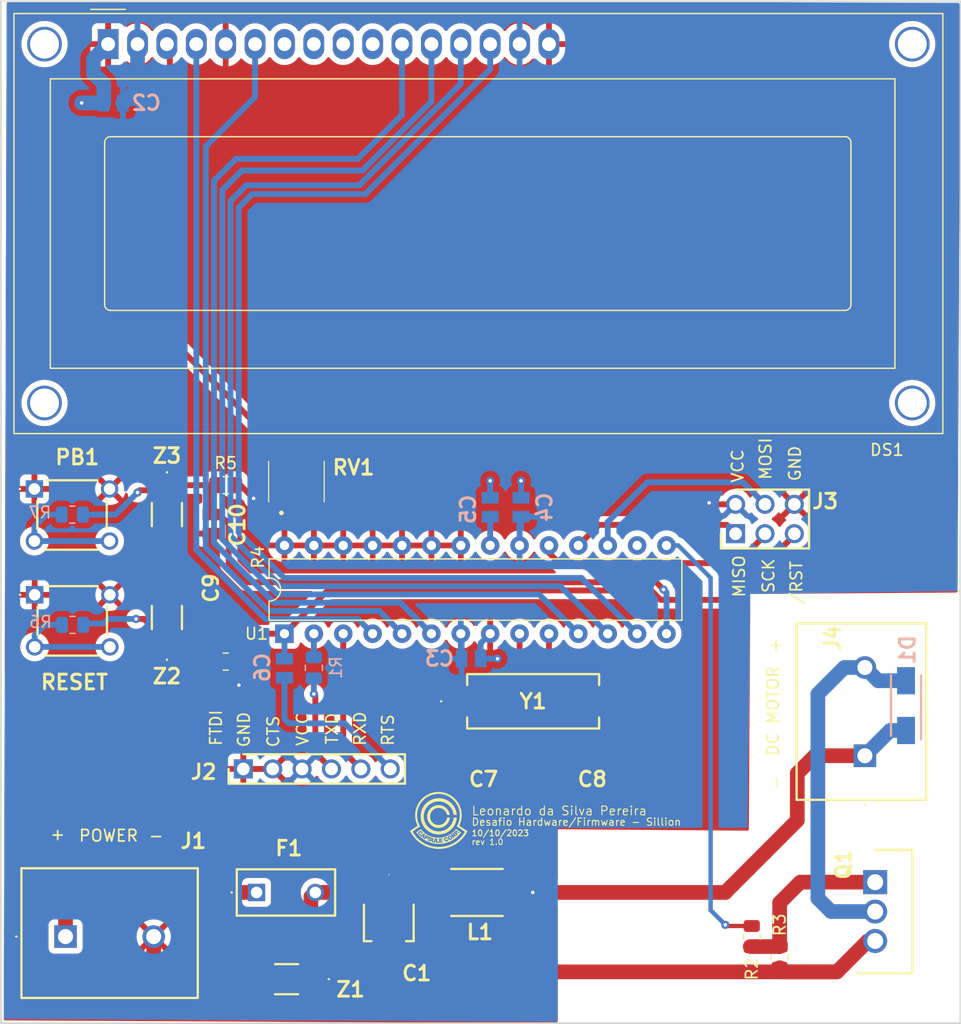
<source format=kicad_pcb>
(kicad_pcb (version 20221018) (generator pcbnew)
  (title_block (title "Desafio Hardware/Firmware - Sillion") (date "2023-10-09") (rev "r1.0") (company "Leonardo da Silva Pereira"))
  (layers (0 "F.Cu" signal) (31 "B.Cu" signal) (34 "B.Paste" user) (35 "F.Paste" user) (36 "B.SilkS" user "B.Silkscreen") (37 "F.SilkS" user "F.Silkscreen") (38 "B.Mask" user) (39 "F.Mask" user) (44 "Edge.Cuts" user))
  (net 0 "")
  (net 1 "Net-(C1-+)")
  (net 2 "GND")
  (net 3 "+5V")
  (net 4 "Net-(U1-AREF)")
  (net 5 "/{slash}RESET")
  (net 6 "/RTS")
  (net 7 "/XTAL1")
  (net 8 "/XTAL2")
  (net 9 "/PUSHBUTTON")
  (net 10 "Net-(D1-A)")
  (net 11 "Net-(DS1-VO)")
  (net 12 "/DISPLAY_RS")
  (net 13 "/DISPLAY_EN")
  (net 18 "/DISPLAY_D4")
  (net 19 "/DISPLAY_D5")
  (net 20 "/DISPLAY_D6")
  (net 21 "/DISPLAY_D7")
  (net 22 "Net-(F1-Pad1)")
  (net 23 "/TXD")
  (net 24 "/RXD")
  (net 25 "/MISO")
  (net 26 "/SCK")
  (net 27 "/MOSI")
  (net 28 "Net-(Q1-G)")
  (net 29 "Net-(U1-PD0)")
  (net 30 "/MOTOR_CONTROL")
  (net 31 "Net-(R6-Pad2)")
  (net 32 "Net-(R7-Pad2)")
  (footprint "SamacSys_Parts:CAPC2012X145N" (layer "F.Cu") (at 87.63 88.08 90)
    (fp_text reference "C9" (at 2.99 0 90) (layer "F.SilkS") (effects (font (size 1.27 1.27) (thickness 0.254))))
    (fp_text value "100nF" hide)
    (pad "1" smd rect (at -0.82 0 90) (size 0.99 1.47) (layers "F.Cu" "F.Paste" "F.Mask") (net 5 "/{slash}RESET"))
    (pad "2" smd rect (at 0.82 0 90) (size 0.99 1.47) (layers "F.Cu" "F.Paste" "F.Mask") (net 2 "GND"))
  )
  (footprint "SamacSys_Parts:PTZTFTE2551B" (layer "F.Cu") (at 83.82 87.63 180)
    (fp_text reference "Z2" (at 0 -5.08) (layer "F.SilkS") (effects (font (size 1.27 1.27) (thickness 0.254))))
    (fp_text value "5V1" hide)
    (pad "1" smd rect (at 0 -2.1 270) (size 2 2) (layers "F.Cu" "F.Paste" "F.Mask") (net 5 "/{slash}RESET"))
    (pad "2" smd rect (at 0 2.1 270) (size 2 2) (layers "F.Cu" "F.Paste" "F.Mask") (net 2 "GND"))
  )
  (footprint "SamacSys_Parts:INDPM4441X120N" (layer "F.Cu") (at 110.617 111.379)
    (fp_text reference "L1" (at 0.254 3.429) (layer "F.SilkS") (effects (font (size 1.27 1.27) (thickness 0.254))))
    (fp_text value "10uH" hide)
    (pad "1" smd rect (at -1.95 0) (size 1.8 2.1) (layers "F.Cu" "F.Paste" "F.Mask") (net 1 "Net-(C1-+)"))
    (pad "2" smd rect (at 1.95 0) (size 1.8 2.1) (layers "F.Cu" "F.Paste" "F.Mask") (net 3 "+5V"))
  )
  (footprint "Resistor_SMD:R_0805_2012Metric" (layer "F.Cu") (at 136.779 116.967 90)
    (fp_text reference "R3" (at 2.794 0 90) (layer "F.SilkS"))
    (fp_text value "10k")
    (pad "1" smd roundrect (at -0.9125 0 90) (size 1.025 1.4) (layers "F.Cu" "F.Paste" "F.Mask") (roundrect_rratio 0.243902439) (net 2 "GND"))
    (pad "2" smd roundrect (at 0.9125 0 90) (size 1.025 1.4) (layers "F.Cu" "F.Paste" "F.Mask") (roundrect_rratio 0.243902439) (net 28 "Net-(Q1-G)"))
  )
  (footprint "SamacSys_Parts:ABLS" (layer "F.Cu") (at 115.474 94.869)
    (fp_text reference "Y1" (at 0 0) (layer "F.SilkS") (effects (font (size 1.27 1.27) (thickness 0.254))))
    (fp_text value "ABLS-16.000MHZ-D2Y-T" hide)
    (pad "1" smd rect (at -4.75 0 90) (size 2.1 5.6) (layers "F.Cu" "F.Paste" "F.Mask") (net 7 "/XTAL1"))
    (pad "2" smd rect (at 4.75 0 90) (size 2.1 5.6) (layers "F.Cu" "F.Paste" "F.Mask") (net 8 "/XTAL2"))
  )
  (footprint "SamacSys_Parts:TS026643BK260LCRD" (layer "F.Cu") (at 72.39 85.67)
    (fp_text reference "SW1" hide)
    (fp_text value "RESET" (at 3.429 7.548) (layer "F.SilkS") (effects (font (size 1.27 1.27) (thickness 0.254))))
    (pad "1" thru_hole rect (at 0 0) (size 1.5 1.5) (drill 1) (layers "*.Cu" "*.Mask") (net 2 "GND"))
    (pad "2" thru_hole circle (at 6.5 0) (size 1.5 1.5) (drill 1) (layers "*.Cu" "*.Mask") (net 2 "GND"))
    (pad "3" thru_hole circle (at 0 4.5) (size 1.5 1.5) (drill 1) (layers "*.Cu" "*.Mask") (net 31 "Net-(R6-Pad2)"))
    (pad "4" thru_hole circle (at 6.5 4.5) (size 1.5 1.5) (drill 1) (layers "*.Cu" "*.Mask") (net 31 "Net-(R6-Pad2)"))
  )
  (footprint "SamacSys_Parts:CAPC2012X94N" (layer "F.Cu") (at 120.348 99.695 180)
    (fp_text reference "C8" (at -0.237 -1.905) (layer "F.SilkS") (effects (font (size 1.27 1.27) (thickness 0.254))))
    (fp_text value "22pF" hide)
    (pad "1" smd rect (at -0.81 0 180) (size 1.02 1.47) (layers "F.Cu" "F.Paste" "F.Mask") (net 8 "/XTAL2"))
    (pad "2" smd rect (at 0.81 0 180) (size 1.02 1.47) (layers "F.Cu" "F.Paste" "F.Mask") (net 2 "GND"))
  )
  (footprint "Resistor_SMD:R_0805_2012Metric" (layer "F.Cu") (at 88.9 91.44 180)
    (fp_text reference "R4" (at -2.794 9.017 90) (layer "F.SilkS"))
    (fp_text value "4.7k")
    (pad "1" smd roundrect (at -0.9125 0 180) (size 1.025 1.4) (layers "F.Cu" "F.Paste" "F.Mask") (roundrect_rratio 0.243902439) (net 3 "+5V"))
    (pad "2" smd roundrect (at 0.9125 0 180) (size 1.025 1.4) (layers "F.Cu" "F.Paste" "F.Mask") (roundrect_rratio 0.243902439) (net 5 "/{slash}RESET"))
  )
  (footprint "SamacSys_Parts:HDRV6W64P254_2X3_762X508X838P" (layer "F.Cu") (at 132.969 80.391)
    (fp_text reference "J3" (at 7.747 -2.794) (layer "F.SilkS") (effects (font (size 1.27 1.27) (thickness 0.254))))
    (fp_text value "ICSP" hide)
    (pad "1" thru_hole rect (at 0 0) (size 1.65 1.65) (drill 1.1) (layers "*.Cu" "*.Mask") (net 25 "/MISO"))
    (pad "2" thru_hole circle (at 0 -2.54) (size 1.65 1.65) (drill 1.1) (layers "*.Cu" "*.Mask") (net 3 "+5V"))
    (pad "3" thru_hole circle (at 2.54 0) (size 1.65 1.65) (drill 1.1) (layers "*.Cu" "*.Mask") (net 26 "/SCK"))
    (pad "4" thru_hole circle (at 2.54 -2.54) (size 1.65 1.65) (drill 1.1) (layers "*.Cu" "*.Mask") (net 27 "/MOSI"))
    (pad "5" thru_hole circle (at 5.08 0) (size 1.65 1.65) (drill 1.1) (layers "*.Cu" "*.Mask") (net 5 "/{slash}RESET"))
    (pad "6" thru_hole circle (at 5.08 -2.54) (size 1.65 1.65) (drill 1.1) (layers "*.Cu" "*.Mask") (net 2 "GND"))
  )
  (footprint "SamacSys_Parts:capsule_corp_logo" (layer "F.Cu") (at 107.315 105.156)
    (fp_text reference "G***" hide)
    (fp_text value "LOGO" hide)
  )
  (footprint "Resistor_SMD:R_0805_2012Metric" (layer "F.Cu") (at 134.366 115.189 -90)
    (fp_text reference "R2" (at 2.794 0 90) (layer "F.SilkS"))
    (fp_text value "330")
    (pad "1" smd roundrect (at -0.9125 0 270) (size 1.025 1.4) (layers "F.Cu" "F.Paste" "F.Mask") (roundrect_rratio 0.243902439) (net 30 "/MOTOR_CONTROL"))
    (pad "2" smd roundrect (at 0.9125 0 270) (size 1.025 1.4) (layers "F.Cu" "F.Paste" "F.Mask") (roundrect_rratio 0.243902439) (net 28 "Net-(Q1-G)"))
  )
  (footprint "SamacSys_Parts:1731721" (layer "F.Cu") (at 144.145 99.568 90)
    (fp_text reference "J4" (at 10.16 -2.794 90) (layer "F.SilkS") (effects (font (size 1.27 1.27) (thickness 0.254))))
    (fp_text value "5V DC MOTOR" hide)
    (pad "1" thru_hole rect (at 0 0 90) (size 1.95 1.95) (drill 1.3) (layers "*.Cu" "*.Mask") (net 3 "+5V"))
    (pad "2" thru_hole circle (at 7.62 0 90) (size 1.95 1.95) (drill 1.3) (layers "*.Cu" "*.Mask") (net 10 "Net-(D1-A)"))
  )
  (footprint "SamacSys_Parts:PVG5A100C03R00" (layer "F.Cu") (at 95.016 75.893)
    (fp_text reference "RV1" (at 4.933 -1.217) (layer "F.SilkS") (effects (font (size 1.27 1.27) (thickness 0.254))))
    (fp_text value "10k" hide)
    (pad "1" smd rect (at -1.25 1.45 90) (size 1.6 1.3) (layers "F.Cu" "F.Paste" "F.Mask") (net 3 "+5V"))
    (pad "2" smd rect (at 0 -1.45 90) (size 1.6 2) (layers "F.Cu" "F.Paste" "F.Mask") (net 11 "Net-(DS1-VO)"))
    (pad "3" smd rect (at 1.25 1.45 90) (size 1.6 1.3) (layers "F.Cu" "F.Paste" "F.Mask") (net 2 "GND"))
  )
  (footprint "SamacSys_Parts:CAPC2012X145N" (layer "F.Cu") (at 87.63 79.56 -90)
    (fp_text reference "C10" (at 0.069 -2.286 90) (layer "F.SilkS") (effects (font (size 1.27 1.27) (thickness 0.254))))
    (fp_text value "100nF" hide)
    (pad "1" smd rect (at -0.82 0 270) (size 0.99 1.47) (layers "F.Cu" "F.Paste" "F.Mask") (net 9 "/PUSHBUTTON"))
    (pad "2" smd rect (at 0.82 0 270) (size 0.99 1.47) (layers "F.Cu" "F.Paste" "F.Mask") (net 2 "GND"))
  )
  (footprint "Display:WC1602A" (layer "F.Cu") (at 78.74 38.1)
    (fp_text reference "DS1" (at 67.31 35.052) (layer "F.SilkS"))
    (fp_text value "WC1602A")
    (pad "" thru_hole circle (at -5.4991 0) (size 3 3) (drill 2.5) (layers "*.Cu" "*.Mask"))
    (pad "" thru_hole circle (at -5.4991 31.0007) (size 3 3) (drill 2.5) (layers "*.Cu" "*.Mask"))
    (pad "" thru_hole circle (at 69.49948 31.0007) (size 3 3) (drill 2.5) (layers "*.Cu" "*.Mask"))
    (pad "" thru_hole circle (at 69.5 0) (size 3 3) (drill 2.5) (layers "*.Cu" "*.Mask"))
    (pad "1" thru_hole rect (at 0 0) (size 1.8 2.6) (drill 1.2) (layers "*.Cu" "*.Mask") (net 2 "GND"))
    (pad "2" thru_hole oval (at 2.54 0) (size 1.8 2.6) (drill 1.2) (layers "*.Cu" "*.Mask") (net 3 "+5V"))
    (pad "3" thru_hole oval (at 5.08 0) (size 1.8 2.6) (drill 1.2) (layers "*.Cu" "*.Mask") (net 11 "Net-(DS1-VO)"))
    (pad "4" thru_hole oval (at 7.62 0) (size 1.8 2.6) (drill 1.2) (layers "*.Cu" "*.Mask") (net 12 "/DISPLAY_RS"))
    (pad "5" thru_hole oval (at 10.16 0) (size 1.8 2.6) (drill 1.2) (layers "*.Cu" "*.Mask") (net 2 "GND"))
    (pad "6" thru_hole oval (at 12.7 0) (size 1.8 2.6) (drill 1.2) (layers "*.Cu" "*.Mask") (net 13 "/DISPLAY_EN"))
    (pad "7" thru_hole oval (at 15.24 0) (size 1.8 2.6) (drill 1.2) (layers "*.Cu" "*.Mask"))
    (pad "8" thru_hole oval (at 17.78 0) (size 1.8 2.6) (drill 1.2) (layers "*.Cu" "*.Mask"))
    (pad "9" thru_hole oval (at 20.32 0) (size 1.8 2.6) (drill 1.2) (layers "*.Cu" "*.Mask"))
    (pad "10" thru_hole oval (at 22.86 0) (size 1.8 2.6) (drill 1.2) (layers "*.Cu" "*.Mask"))
    (pad "11" thru_hole oval (at 25.4 0) (size 1.8 2.6) (drill 1.2) (layers "*.Cu" "*.Mask") (net 18 "/DISPLAY_D4"))
    (pad "12" thru_hole oval (at 27.94 0) (size 1.8 2.6) (drill 1.2) (layers "*.Cu" "*.Mask") (net 19 "/DISPLAY_D5"))
    (pad "13" thru_hole oval (at 30.48 0) (size 1.8 2.6) (drill 1.2) (layers "*.Cu" "*.Mask") (net 20 "/DISPLAY_D6"))
    (pad "14" thru_hole oval (at 33.02 0) (size 1.8 2.6) (drill 1.2) (layers "*.Cu" "*.Mask") (net 21 "/DISPLAY_D7"))
    (pad "15" thru_hole oval (at 35.56 0) (size 1.8 2.6) (drill 1.2) (layers "*.Cu" "*.Mask") (net 3 "+5V"))
    (pad "16" thru_hole oval (at 38.1 0) (size 1.8 2.6) (drill 1.2) (layers "*.Cu" "*.Mask") (net 2 "GND"))
  )
  (footprint "SamacSys_Parts:1731721" (layer "F.Cu") (at 75.057 115.189)
    (fp_text reference "J1" (at 11.049 -8.255) (layer "F.SilkS") (effects (font (size 1.27 1.27) (thickness 0.254))))
    (fp_text value "Power" hide)
    (pad "1" thru_hole rect (at 0 0) (size 1.95 1.95) (drill 1.3) (layers "*.Cu" "*.Mask") (net 22 "Net-(F1-Pad1)"))
    (pad "2" thru_hole circle (at 7.62 0) (size 1.95 1.95) (drill 1.3) (layers "*.Cu" "*.Mask") (net 2 "GND"))
  )
  (footprint "SamacSys_Parts:TS026643BK260LCRD" (layer "F.Cu") (at 72.367 76.526)
    (fp_text reference "SW2" hide)
    (fp_text value "PB1" (at 3.706 -2.739) (layer "F.SilkS") (effects (font (size 1.27 1.27) (thickness 0.254))))
    (pad "1" thru_hole rect (at 0 0) (size 1.5 1.5) (drill 1) (layers "*.Cu" "*.Mask") (net 2 "GND"))
    (pad "2" thru_hole circle (at 6.5 0) (size 1.5 1.5) (drill 1) (layers "*.Cu" "*.Mask") (net 2 "GND"))
    (pad "3" thru_hole circle (at 0 4.5) (size 1.5 1.5) (drill 1) (layers "*.Cu" "*.Mask") (net 32 "Net-(R7-Pad2)"))
    (pad "4" thru_hole circle (at 6.5 4.5) (size 1.5 1.5) (drill 1) (layers "*.Cu" "*.Mask") (net 32 "Net-(R7-Pad2)"))
  )
  (footprint "SamacSys_Parts:PTZTFTE2551B" (layer "F.Cu") (at 83.82 78.74)
    (fp_text reference "Z3" (at 0 -5.08) (layer "F.SilkS") (effects (font (size 1.27 1.27) (thickness 0.254))))
    (fp_text value "5V1" hide)
    (pad "1" smd rect (at 0 -2.1 90) (size 2 2) (layers "F.Cu" "F.Paste" "F.Mask") (net 9 "/PUSHBUTTON"))
    (pad "2" smd rect (at 0 2.1 90) (size 2 2) (layers "F.Cu" "F.Paste" "F.Mask") (net 2 "GND"))
  )
  (footprint "SamacSys_Parts:CAPC2012X94N" (layer "F.Cu") (at 111.108 99.695)
    (fp_text reference "C7" (at 0.079 1.905) (layer "F.SilkS") (effects (font (size 1.27 1.27) (thickness 0.254))))
    (fp_text value "22pF" hide)
    (pad "1" smd rect (at -0.81 0) (size 1.02 1.47) (layers "F.Cu" "F.Paste" "F.Mask") (net 7 "/XTAL1"))
    (pad "2" smd rect (at 0.81 0) (size 1.02 1.47) (layers "F.Cu" "F.Paste" "F.Mask") (net 2 "GND"))
  )
  (footprint "SamacSys_Parts:TO254P483X1016X1994-3P" (layer "F.Cu") (at 145.034 110.49 -90)
    (fp_text reference "Q1" (at -1.524 2.746 90) (layer "F.SilkS") (effects (font (size 1.27 1.27) (thickness 0.254))))
    (fp_text value "IRLB8721PBF" hide)
    (pad "1" thru_hole rect (at 0 0 270) (size 2.07 2.07) (drill 1.38) (layers "*.Cu" "*.Mask") (net 28 "Net-(Q1-G)"))
    (pad "2" thru_hole circle (at 2.54 0 270) (size 2.07 2.07) (drill 1.38) (layers "*.Cu" "*.Mask") (net 10 "Net-(D1-A)"))
    (pad "3" thru_hole circle (at 5.08 0 270) (size 2.07 2.07) (drill 1.38) (layers "*.Cu" "*.Mask") (net 2 "GND"))
  )
  (footprint "SamacSys_Parts:HDRV6W64P0X254_1X6_1524X254X838P" (layer "F.Cu") (at 90.424 100.711)
    (fp_text reference "J2" (at -3.429 0.254 180) (layer "F.SilkS") (effects (font (size 1.27 1.27) (thickness 0.254))))
    (fp_text value "FTDI" hide)
    (pad "1" thru_hole rect (at 0 0) (size 1.65 1.65) (drill 1.1) (layers "*.Cu" "*.Mask") (net 2 "GND"))
    (pad "2" thru_hole circle (at 2.54 0) (size 1.65 1.65) (drill 1.1) (layers "*.Cu" "*.Mask") (net 2 "GND"))
    (pad "3" thru_hole circle (at 5.08 0) (size 1.65 1.65) (drill 1.1) (layers "*.Cu" "*.Mask") (net 3 "+5V"))
    (pad "4" thru_hole circle (at 7.62 0) (size 1.65 1.65) (drill 1.1) (layers "*.Cu" "*.Mask") (net 23 "/TXD"))
    (pad "5" thru_hole circle (at 10.16 0) (size 1.65 1.65) (drill 1.1) (layers "*.Cu" "*.Mask") (net 24 "/RXD"))
    (pad "6" thru_hole circle (at 12.7 0) (size 1.65 1.65) (drill 1.1) (layers "*.Cu" "*.Mask") (net 6 "/RTS"))
  )
  (footprint "SamacSys_Parts:39512000000" (layer "F.Cu") (at 91.567 111.379)
    (fp_text reference "F1" (at 2.794 -3.81) (layer "F.SilkS") (effects (font (size 1.27 1.27) (thickness 0.254))))
    (fp_text value "2A" hide)
    (pad "1" thru_hole rect (at 0 0) (size 1.5 1.5) (drill 1) (layers "*.Cu" "*.Mask") (net 22 "Net-(F1-Pad1)"))
    (pad "2" thru_hole circle (at 5.08 0) (size 1.5 1.5) (drill 1) (layers "*.Cu" "*.Mask") (net 1 "Net-(C1-+)"))
  )
  (footprint "Package_DIP:DIP-28_W7.62mm" (layer "F.Cu") (at 93.98 89.027 90)
    (fp_text reference "U1" (at 0 -2.413) (layer "F.SilkS"))
    (fp_text value "ATmega328-P")
    (pad "1" thru_hole rect (at 0 0 90) (size 1.6 1.6) (drill 0.8) (layers "*.Cu" "*.Mask") (net 5 "/{slash}RESET"))
    (pad "2" thru_hole oval (at 0 2.54 90) (size 1.6 1.6) (drill 0.8) (layers "*.Cu" "*.Mask") (net 29 "Net-(U1-PD0)"))
    (pad "3" thru_hole oval (at 0 5.08 90) (size 1.6 1.6) (drill 0.8) (layers "*.Cu" "*.Mask") (net 24 "/RXD"))
    (pad "4" thru_hole oval (at 0 7.62 90) (size 1.6 1.6) (drill 0.8) (layers "*.Cu" "*.Mask") (net 12 "/DISPLAY_RS"))
    (pad "5" thru_hole oval (at 0 10.16 90) (size 1.6 1.6) (drill 0.8) (layers "*.Cu" "*.Mask") (net 13 "/DISPLAY_EN"))
    (pad "6" thru_hole oval (at 0 12.7 90) (size 1.6 1.6) (drill 0.8) (layers "*.Cu" "*.Mask") (net 18 "/DISPLAY_D4"))
    (pad "7" thru_hole oval (at 0 15.24 90) (size 1.6 1.6) (drill 0.8) (layers "*.Cu" "*.Mask") (net 3 "+5V"))
    (pad "8" thru_hole oval (at 0 17.78 90) (size 1.6 1.6) (drill 0.8) (layers "*.Cu" "*.Mask") (net 2 "GND"))
    (pad "9" thru_hole oval (at 0 20.32 90) (size 1.6 1.6) (drill 0.8) (layers "*.Cu" "*.Mask") (net 7 "/XTAL1"))
    (pad "10" thru_hole oval (at 0 22.86 90) (size 1.6 1.6) (drill 0.8) (layers "*.Cu" "*.Mask") (net 8 "/XTAL2"))
    (pad "11" thru_hole oval (at 0 25.4 90) (size 1.6 1.6) (drill 0.8) (layers "*.Cu" "*.Mask") (net 19 "/DISPLAY_D5"))
    (pad "12" thru_hole oval (at 0 27.94 90) (size 1.6 1.6) (drill 0.8) (layers "*.Cu" "*.Mask") (net 20 "/DISPLAY_D6"))
    (pad "13" thru_hole oval (at 0 30.48 90) (size 1.6 1.6) (drill 0.8) (layers "*.Cu" "*.Mask") (net 21 "/DISPLAY_D7"))
    (pad "14" thru_hole oval (at 0 33.02 90) (size 1.6 1.6) (drill 0.8) (layers "*.Cu" "*.Mask") (net 9 "/PUSHBUTTON"))
    (pad "15" thru_hole oval (at 7.62 33.02 90) (size 1.6 1.6) (drill 0.8) (layers "*.Cu" "*.Mask") (net 30 "/MOTOR_CONTROL"))
    (pad "16" thru_hole oval (at 7.62 30.48 90) (size 1.6 1.6) (drill 0.8) (layers "*.Cu" "*.Mask"))
    (pad "17" thru_hole oval (at 7.62 27.94 90) (size 1.6 1.6) (drill 0.8) (layers "*.Cu" "*.Mask") (net 27 "/MOSI"))
    (pad "18" thru_hole oval (at 7.62 25.4 90) (size 1.6 1.6) (drill 0.8) (layers "*.Cu" "*.Mask") (net 25 "/MISO"))
    (pad "19" thru_hole oval (at 7.62 22.86 90) (size 1.6 1.6) (drill 0.8) (layers "*.Cu" "*.Mask") (net 26 "/SCK"))
    (pad "20" thru_hole oval (at 7.62 20.32 90) (size 1.6 1.6) (drill 0.8) (layers "*.Cu" "*.Mask") (net 3 "+5V"))
    (pad "21" thru_hole oval (at 7.62 17.78 90) (size 1.6 1.6) (drill 0.8) (layers "*.Cu" "*.Mask") (net 4 "Net-(U1-AREF)"))
    (pad "22" thru_hole oval (at 7.62 15.24 90) (size 1.6 1.6) (drill 0.8) (layers "*.Cu" "*.Mask") (net 2 "GND"))
    (pad "23" thru_hole oval (at 7.62 12.7 90) (size 1.6 1.6) (drill 0.8) (layers "*.Cu" "*.Mask") (net 2 "GND"))
    (pad "24" thru_hole oval (at 7.62 10.16 90) (size 1.6 1.6) (drill 0.8) (layers "*.Cu" "*.Mask") (net 2 "GND"))
    (pad "25" thru_hole oval (at 7.62 7.62 90) (size 1.6 1.6) (drill 0.8) (layers "*.Cu" "*.Mask") (net 2 "GND"))
    (pad "26" thru_hole oval (at 7.62 5.08 90) (size 1.6 1.6) (drill 0.8) (layers "*.Cu" "*.Mask") (net 2 "GND"))
    (pad "27" thru_hole oval (at 7.62 2.54 90) (size 1.6 1.6) (drill 0.8) (layers "*.Cu" "*.Mask") (net 2 "GND"))
    (pad "28" thru_hole oval (at 7.62 0 90) (size 1.6 1.6) (drill 0.8) (layers "*.Cu" "*.Mask") (net 2 "GND"))
  )
  (footprint "SamacSys_Parts:PTZTFTE2551B" (layer "F.Cu") (at 94.166 118.872 -90)
    (fp_text reference "Z1" (at 0.889 -5.529 -180) (layer "F.SilkS") (effects (font (size 1.27 1.27) (thickness 0.254))))
    (fp_text value "5V1" hide)
    (pad "1" smd rect (at 0 -2.1) (size 2 2) (layers "F.Cu" "F.Paste" "F.Mask") (net 1 "Net-(C1-+)"))
    (pad "2" smd rect (at 0 2.1) (size 2 2) (layers "F.Cu" "F.Paste" "F.Mask") (net 2 "GND"))
  )
  (footprint "Resistor_SMD:R_0805_2012Metric" (layer "F.Cu") (at 88.9 76.2 180)
    (fp_text reference "R5" (at 0 1.905) (layer "F.SilkS"))
    (fp_text value "4.7k")
    (pad "1" smd roundrect (at -0.9125 0 180) (size 1.025 1.4) (layers "F.Cu" "F.Paste" "F.Mask") (roundrect_rratio 0.243902439) (net 3 "+5V"))
    (pad "2" smd roundrect (at 0.9125 0 180) (size 1.025 1.4) (layers "F.Cu" "F.Paste" "F.Mask") (roundrect_rratio 0.243902439) (net 9 "/PUSHBUTTON"))
  )
  (footprint "SamacSys_Parts:EEE1AA220WR" (layer "F.Cu") (at 102.997 113.439 -90)
    (fp_text reference "C1" (at 4.925 -2.413 -180) (layer "F.SilkS") (effects (font (size 1.27 1.27) (thickness 0.254))))
    (fp_text value "10uF" hide)
    (pad "1" smd rect (at -1.75 0) (size 1.6 2.5) (layers "F.Cu" "F.Paste" "F.Mask") (net 1 "Net-(C1-+)"))
    (pad "2" smd rect (at 1.75 0) (size 1.6 2.5) (layers "F.Cu" "F.Paste" "F.Mask") (net 2 "GND"))
  )
  (footprint "Resistor_SMD:R_0805_2012Metric" (layer "B.Cu") (at 75.6685 88.265 180)
    (fp_text reference "R6" (at 2.7705 0.254) (layer "B.SilkS") (effects (justify mirror)))
    (fp_text value "330R")
    (pad "1" smd roundrect (at -0.9125 0 180) (size 1.025 1.4) (layers "B.Cu" "B.Paste" "B.Mask") (roundrect_rratio 0.243902439) (net 5 "/{slash}RESET"))
    (pad "2" smd roundrect (at 0.9125 0 180) (size 1.025 1.4) (layers "B.Cu" "B.Paste" "B.Mask") (roundrect_rratio 0.243902439) (net 31 "Net-(R6-Pad2)"))
  )
  (footprint "SamacSys_Parts:CAPC2012X145N" (layer "B.Cu") (at 111.76 78.105 90)
    (fp_text reference "C5" (at -0.185 -1.905 90) (layer "B.SilkS") (effects (font (size 1.27 1.27) (thickness 0.254)) (justify mirror)))
    (fp_text value "100nF" hide)
    (pad "1" smd rect (at -0.82 0 90) (size 0.99 1.47) (layers "B.Cu" "B.Paste" "B.Mask") (net 4 "Net-(U1-AREF)"))
    (pad "2" smd rect (at 0.82 0 90) (size 0.99 1.47) (layers "B.Cu" "B.Paste" "B.Mask") (net 2 "GND"))
  )
  (footprint "SamacSys_Parts:CAPC2012X145N" (layer "B.Cu") (at 110.109 91.186)
    (fp_text reference "C3" (at -2.736 0) (layer "B.SilkS") (effects (font (size 1.27 1.27) (thickness 0.254)) (justify mirror)))
    (fp_text value "100nF" hide)
    (pad "1" smd rect (at -0.82 0) (size 0.99 1.47) (layers "B.Cu" "B.Paste" "B.Mask") (net 3 "+5V"))
    (pad "2" smd rect (at 0.82 0) (size 0.99 1.47) (layers "B.Cu" "B.Paste" "B.Mask") (net 2 "GND"))
  )
  (footprint "SamacSys_Parts:CAPC2012X145N" (layer "B.Cu") (at 93.98 92.017 -90)
    (fp_text reference "C6" (at -0.069 1.905 90) (layer "B.SilkS") (effects (font (size 1.27 1.27) (thickness 0.254)) (justify mirror)))
    (fp_text value "100nF" hide)
    (pad "1" smd rect (at -0.82 0 270) (size 0.99 1.47) (layers "B.Cu" "B.Paste" "B.Mask") (net 5 "/{slash}RESET"))
    (pad "2" smd rect (at 0.82 0 270) (size 0.99 1.47) (layers "B.Cu" "B.Paste" "B.Mask") (net 6 "/RTS"))
  )
  (footprint "SamacSys_Parts:DIOM5226X240N" (layer "B.Cu") (at 147.701 95.241 90)
    (fp_text reference "D1" (at 4.826 0.127 90) (layer "B.SilkS") (effects (font (size 1.27 1.27) (thickness 0.254)) (justify mirror)))
    (fp_text value "SBRT5A50SA-13" hide)
    (pad "1" smd rect (at -2.15 0) (size 1.55 2.35) (layers "B.Cu" "B.Paste" "B.Mask") (net 3 "+5V"))
    (pad "2" smd rect (at 2.15 0) (size 1.55 2.35) (layers "B.Cu" "B.Paste" "B.Mask") (net 10 "Net-(D1-A)"))
  )
  (footprint "SamacSys_Parts:CAPC2012X145N" (layer "B.Cu") (at 114.427 78.105 90)
    (fp_text reference "C4" (at 0 2.032 90) (layer "B.SilkS") (effects (font (size 1.27 1.27) (thickness 0.254)) (justify mirror)))
    (fp_text value "100nF" hide)
    (pad "1" smd rect (at -0.82 0 90) (size 0.99 1.47) (layers "B.Cu" "B.Paste" "B.Mask") (net 3 "+5V"))
    (pad "2" smd rect (at 0.82 0 90) (size 0.99 1.47) (layers "B.Cu" "B.Paste" "B.Mask") (net 2 "GND"))
  )
  (footprint "Resistor_SMD:R_0805_2012Metric" (layer "B.Cu") (at 96.52 91.9715 -90)
    (fp_text reference "R1" (at -0.0235 -1.905 90) (layer "B.SilkS") (effects (justify mirror)))
    (fp_text value "10k")
    (pad "1" smd roundrect (at -0.9125 0 270) (size 1.025 1.4) (layers "B.Cu" "B.Paste" "B.Mask") (roundrect_rratio 0.243902439) (net 29 "Net-(U1-PD0)"))
    (pad "2" smd roundrect (at 0.9125 0 270) (size 1.025 1.4) (layers "B.Cu" "B.Paste" "B.Mask") (roundrect_rratio 0.243902439) (net 23 "/TXD"))
  )
  (footprint "Resistor_SMD:R_0805_2012Metric" (layer "B.Cu") (at 75.64 78.74 180)
    (fp_text reference "R7" (at 2.794 0.179) (layer "B.SilkS") (effects (justify mirror)))
    (fp_text value "330R")
    (pad "1" smd roundrect (at -0.9125 0 180) (size 1.025 1.4) (layers "B.Cu" "B.Paste" "B.Mask") (roundrect_rratio 0.243902439) (net 9 "/PUSHBUTTON"))
    (pad "2" smd roundrect (at 0.9125 0 180) (size 1.025 1.4) (layers "B.Cu" "B.Paste" "B.Mask") (roundrect_rratio 0.243902439) (net 32 "Net-(R7-Pad2)"))
  )
  (footprint "SamacSys_Parts:CAPC2012X145N" (layer "B.Cu") (at 79.19 43.18 180)
    (fp_text reference "C2" (at -2.852 0) (layer "B.SilkS") (effects (font (size 1.27 1.27) (thickness 0.254)) (justify mirror)))
    (fp_text value "100nF" hide)
    (pad "1" smd rect (at -0.82 0 180) (size 0.99 1.47) (layers "B.Cu" "B.Paste" "B.Mask") (net 3 "+5V"))
    (pad "2" smd rect (at 0.82 0 180) (size 0.99 1.47) (layers "B.Cu" "B.Paste" "B.Mask") (net 2 "GND"))
  )
  (gr_rect locked (start 69.469 34.417) (end 152.4 122.682) (stroke (width 0.15)) (fill none) (layer "Edge.Cuts"))
  (gr_text "RTS" (at 103.505 98.806 90) (layer "F.SilkS") (effects (font (size 1 1)) (justify left bottom)))
  (gr_text "+\n" (at 135.763 90.551) (layer "F.SilkS") (effects (font (size 1 1)) (justify left bottom)))
  (gr_text "CTS" (at 93.599 98.933 90) (layer "F.SilkS") (effects (font (size 1 1)) (justify left bottom)))
  (gr_text "FTDI\n" (at 88.646 98.806 90) (layer "F.SilkS") (effects (font (size 1 1)) (justify left bottom)))
  (gr_text "GND\n" (at 138.684 75.946 90) (layer "F.SilkS") (effects (font (size 1 1)) (justify left bottom)))
  (gr_text "-" (at 82.169 107.061) (layer "F.SilkS") (effects (font (size 1 1)) (justify left bottom)))
  (gr_text "/RST\n" (at 138.811 86.614 90) (layer "F.SilkS") (effects (font (size 1 1)) (justify left bottom)))
  (gr_text "VCC\n" (at 133.731 76.073 90) (layer "F.SilkS") (effects (font (size 1 1)) (justify left bottom)))
  (gr_text "10/10/2023\n" (at 110.109 106.553) (layer "F.SilkS") (effects (font (size 0.508 0.508) (thickness 0.0889) bold) (justify left bottom)))
  (gr_text "Desafio Hardware/Firmware - Sillion" (at 110.109 105.664) (layer "F.SilkS") (effects (font (size 0.635 0.635) (thickness 0.0889)) (justify left bottom)))
  (gr_text "MOSI\n" (at 136.144 75.819 90) (layer "F.SilkS") (effects (font (size 1 1)) (justify left bottom)))
  (gr_text "-\n" (at 137.033 102.616 90) (layer "F.SilkS") (effects (font (size 1 1)) (justify left bottom)))
  (gr_text "TXD" (at 98.679 98.679 90) (layer "F.SilkS") (effects (font (size 1 1)) (justify left bottom)))
  (gr_text "GND" (at 91.059 98.933 90) (layer "F.SilkS") (effects (font (size 1 1)) (justify left bottom)))
  (gr_text "MISO" (at 133.858 85.979 90) (layer "F.SilkS") (effects (font (size 1 1)) (justify left bottom)))
  (gr_text "DC MOTOR" (at 136.779 99.695 90) (layer "F.SilkS") (effects (font (size 1 1)) (justify left bottom)))
  (gr_text "Leonardo da Silva Pereira" (at 110.109 104.775) (layer "F.SilkS") (effects (font (size 0.762 0.762) (thickness 0.0889)) (justify left bottom)))
  (gr_text "+\n" (at 73.66 106.934) (layer "F.SilkS") (effects (font (size 1 1)) (justify left bottom)))
  (gr_text "RXD" (at 101.092 98.806 90) (layer "F.SilkS") (effects (font (size 1 1)) (justify left bottom)))
  (gr_text "VCC" (at 96.139 98.806 90) (layer "F.SilkS") (effects (font (size 1 1)) (justify left bottom)))
  (gr_text "POWER\n" (at 76.132 107.061) (layer "F.SilkS") (effects (font (size 1 1)) (justify left bottom)))
  (gr_text "rev 1.0\n" (at 110.109 107.315) (layer "F.SilkS") (effects (font (size 0.508 0.508) (thickness 0.08001)) (justify left bottom)))
  (gr_text "SCK" (at 136.398 85.598 90) (layer "F.SilkS") (effects (font (size 1 1)) (justify left bottom)))
  (segment (start 96.266 118.872) (end 96.266 111.76) (width 1.27) (layer "F.Cu") (net 1))
  (segment (start 96.266 111.76) (end 96.647 111.379) (width 1.27) (layer "F.Cu") (net 1))
  (segment (start 96.647 111.379) (end 102.687 111.379) (width 1.27) (layer "F.Cu") (net 1))
  (segment (start 103.307 111.379) (end 102.997 111.689) (width 1.27) (layer "F.Cu") (net 1))
  (segment (start 108.667 111.379) (end 103.307 111.379) (width 1.27) (layer "F.Cu") (net 1))
  (segment (start 102.687 111.379) (end 102.997 111.689) (width 1.27) (layer "F.Cu") (net 1))
  (segment (start 83.439 118.872) (end 92.066 118.872) (width 1.27) (layer "F.Cu") (net 2))
  (segment (start 92.964 100.711) (end 90.424 100.711) (width 0.508) (layer "F.Cu") (net 2))
  (segment (start 145.034 115.57) (end 144.399 115.57) (width 1.27) (layer "F.Cu") (net 2))
  (segment (start 87.63 80.38) (end 84.28 80.38) (width 0.508) (layer "F.Cu") (net 2))
  (segment (start 102.997 115.189) (end 102.997 118.11) (width 1.27) (layer "F.Cu") (net 2))
  (segment (start 103.124 118.237) (end 141.732 118.237) (width 1.27) (layer "F.Cu") (net 2))
  (segment (start 84.28 80.38) (end 83.82 80.84) (width 0.508) (layer "F.Cu") (net 2))
  (segment (start 82.677 118.11) (end 82.677 115.189) (width 1.27) (layer "F.Cu") (net 2))
  (segment (start 102.997 118.11) (end 103.124 118.237) (width 1.27) (layer "F.Cu") (net 2))
  (segment (start 136.779 117.8795) (end 137.1365 118.237) (width 1.27) (layer "F.Cu") (net 2))
  (segment (start 144.399 115.57) (end 141.732 118.237) (width 1.27) (layer "F.Cu") (net 2))
  (segment (start 83.312 118.745) (end 82.677 118.11) (width 1.27) (layer "F.Cu") (net 2))
  (segment (start 83.312 118.745) (end 83.439 118.872) (width 1.27) (layer "F.Cu") (net 2))
  (segment (start 137.1365 118.237) (end 141.732 118.237) (width 1.27) (layer "F.Cu") (net 2))
  (via (at 112.395 91.186) (size 0.7112) (drill 0.3048) (layers "F.Cu" "B.Cu") (net 2))
  (via (at 76.454 43.18) (size 0.7112) (drill 0.3048) (layers "F.Cu" "B.Cu") (net 2))
  (via (at 111.76 75.819) (size 0.7112) (drill 0.3048) (layers "F.Cu" "B.Cu") (net 2))
  (via (at 114.427 75.819) (size 0.7112) (drill 0.3048) (layers "F.Cu" "B.Cu") (net 2))
  (segment (start 110.929 91.186) (end 112.395 91.186) (width 0.508) (layer "B.Cu") (net 2))
  (segment (start 78.37 43.18) (end 76.454 43.18) (width 1.27) (layer "B.Cu") (net 2))
  (segment (start 114.427 77.285) (end 114.427 75.819) (width 0.508) (layer "B.Cu") (net 2))
  (segment (start 111.887 88.9) (end 111.76 89.027) (width 0.508) (layer "B.Cu") (net 2))
  (segment (start 78.74 38.1) (end 77.47 39.37) (width 1.27) (layer "B.Cu") (net 2))
  (segment (start 110.929 91.186) (end 110.929 89.858) (width 0.508) (layer "B.Cu") (net 2))
  (segment (start 78.37 41.54) (end 78.37 43.18) (width 1.27) (layer "B.Cu") (net 2))
  (segment (start 111.76 77.285) (end 111.76 75.819) (width 0.508) (layer "B.Cu") (net 2))
  (segment (start 77.47 40.64) (end 78.37 41.54) (width 1.27) (layer "B.Cu") (net 2))
  (segment (start 110.929 89.858) (end 111.76 89.027) (width 0.508) (layer "B.Cu") (net 2))
  (segment (start 77.47 39.37) (end 77.47 40.64) (width 1.27) (layer "B.Cu") (net 2))
  (segment (start 138.303 105.156) (end 138.303 101.092) (width 1.27) (layer "F.Cu") (net 3))
  (segment (start 138.303 101.092) (end 139.827 99.568) (width 1.27) (layer "F.Cu") (net 3))
  (segment (start 130.81 77.851) (end 130.683 77.724) (width 0.508) (layer "F.Cu") (net 3))
  (segment (start 132.969 77.851) (end 130.81 77.851) (width 0.508) (layer "F.Cu") (net 3))
  (segment (start 115.443 111.379) (end 112.567 111.379) (width 1.27) (layer "F.Cu") (net 3))
  (segment (start 139.827 99.568) (end 144.145 99.568) (width 1.27) (layer "F.Cu") (net 3))
  (segment (start 89.8125 93.2415) (end 90.043 93.472) (width 0.508) (layer "F.Cu") (net 3))
  (segment (start 132.08 111.379) (end 138.303 105.156) (width 1.27) (layer "F.Cu") (net 3))
  (segment (start 115.443 111.379) (end 132.08 111.379) (width 1.27) (layer "F.Cu") (net 3))
  (segment (start 89.8125 91.44) (end 89.8125 93.2415) (width 0.508) (layer "F.Cu") (net 3))
  (segment (start 90.17 76.2) (end 91.313 77.343) (width 0.508) (layer "F.Cu") (net 3))
  (segment (start 93.766 77.343) (end 91.313 77.343) (width 0.508) (layer "F.Cu") (net 3))
  (segment (start 89.8125 76.2) (end 90.17 76.2) (width 0.508) (layer "F.Cu") (net 3))
  (via (at 90.043 93.472) (size 0.7112) (drill 0.3048) (layers "F.Cu" "B.Cu") (net 3))
  (via (at 130.683 77.724) (size 0.7112) (drill 0.3048) (layers "F.Cu" "B.Cu") (net 3))
  (via (at 91.313 77.343) (size 0.7112) (drill 0.3048) (layers "F.Cu" "B.Cu") (net 3))
  (via (at 115.443 111.379) (size 0.7112) (drill 0.3048) (layers "F.Cu" "B.Cu") (net 3))
  (segment (start 147.701 97.391) (end 146.322 97.391) (width 1.27) (layer "B.Cu") (net 3))
  (segment (start 114.3 81.407) (end 114.3 79.052) (width 0.508) (layer "B.Cu") (net 3))
  (segment (start 81.28 41.91) (end 81.28 38.1) (width 1.27) (layer "B.Cu") (net 3))
  (segment (start 109.289 91.186) (end 109.289 89.096) (width 0.508) (layer "B.Cu") (net 3))
  (segment (start 146.322 97.391) (end 144.145 99.568) (width 1.27) (layer "B.Cu") (net 3))
  (segment (start 114.3 79.052) (end 114.427 78.925) (width 0.381) (layer "B.Cu") (net 3))
  (segment (start 109.289 89.096) (end 109.22 89.027) (width 0.508) (layer "B.Cu") (net 3))
  (segment (start 80.01 43.18) (end 81.28 41.91) (width 1.27) (layer "B.Cu") (net 3))
  (segment (start 111.76 78.925) (end 111.76 81.407) (width 0.508) (layer "B.Cu") (net 4))
  (segment (start 86.546 89.73) (end 83.82 89.73) (width 0.508) (layer "F.Cu") (net 5))
  (segment (start 87.376 88.9) (end 86.546 89.73) (width 0.508) (layer "F.Cu") (net 5))
  (segment (start 132.461 86.106) (end 126.485527 86.106) (width 0.508) (layer "F.Cu") (net 5))
  (segment (start 87.9875 91.44) (end 87.63 91.0825) (width 0.508) (layer "F.Cu") (net 5))
  (segment (start 87.63 91.0825) (end 87.63 88.9) (width 0.508) (layer "F.Cu") (net 5))
  (segment (start 125.6792 85.2932) (end 97.7138 85.2932) (width 0.508) (layer "F.Cu") (net 5))
  (segment (start 138.049 80.391) (end 138.049 80.518) (width 0.508) (layer "F.Cu") (net 5))
  (segment (start 138.049 80.518) (end 132.461 86.106) (width 0.508) (layer "F.Cu") (net 5))
  (segment (start 87.757 89.027) (end 87.63 88.9) (width 0.508) (layer "F.Cu") (net 5))
  (segment (start 81.847 87.757) (end 83.82 89.73) (width 0.508) (layer "F.Cu") (net 5))
  (segment (start 97.7138 85.2932) (end 93.98 89.027) (width 0.508) (layer "F.Cu") (net 5))
  (segment (start 87.63 88.9) (end 87.376 88.9) (width 0.508) (layer "F.Cu") (net 5))
  (segment (start 125.9332 85.5472) (end 125.6792 85.2932) (width 0.508) (layer "F.Cu") (net 5))
  (segment (start 93.98 89.027) (end 87.757 89.027) (width 0.508) (layer "F.Cu") (net 5))
  (segment (start 81.153 87.757) (end 81.847 87.757) (width 0.508) (layer "F.Cu") (net 5))
  (segment (start 125.9332 85.553673) (end 125.9332 85.5472) (width 0.508) (layer "F.Cu") (net 5))
  (segment (start 126.485527 86.106) (end 125.9332 85.553673) (width 0.508) (layer "F.Cu") (net 5))
  (via (at 81.153 87.757) (size 0.7112) (drill 0.3048) (layers "F.Cu" "B.Cu") (net 5))
  (segment (start 78.359 88.138) (end 78.74 87.757) (width 0.508) (layer "B.Cu") (net 5))
  (segment (start 93.98 91.07) (end 93.98 89.027) (width 0.508) (layer "B.Cu") (net 5))
  (segment (start 76.708 88.138) (end 78.359 88.138) (width 0.508) (layer "B.Cu") (net 5))
  (segment (start 76.581 88.265) (end 76.708 88.138) (width 0.508) (layer "B.Cu") (net 5))
  (segment (start 78.74 87.757) (end 81.153 87.757) (width 0.508) (layer "B.Cu") (net 5))
  (segment (start 94.361 96.774) (end 99.187 96.774) (width 0.508) (layer "B.Cu") (net 6))
  (segment (start 93.98 92.837) (end 93.98 96.393) (width 0.508) (layer "B.Cu") (net 6))
  (segment (start 93.98 96.393) (end 94.361 96.774) (width 0.508) (layer "B.Cu") (net 6))
  (segment (start 99.187 96.774) (end 103.124 100.711) (width 0.508) (layer "B.Cu") (net 6))
  (segment (start 110.298 99.695) (end 110.298 95.295) (width 0.508) (layer "F.Cu") (net 7))
  (segment (start 114.3 89.027) (end 114.3 94.107) (width 0.508) (layer "F.Cu") (net 7))
  (segment (start 113.538 94.869) (end 110.724 94.869) (width 0.508) (layer "F.Cu") (net 7))
  (segment (start 110.298 95.295) (end 110.724 94.869) (width 0.508) (layer "F.Cu") (net 7))
  (segment (start 114.3 94.107) (end 113.538 94.869) (width 0.508) (layer "F.Cu") (net 7))
  (segment (start 121.158 95.803) (end 120.224 94.869) (width 0.508) (layer "F.Cu") (net 8))
  (segment (start 116.84 89.027) (end 116.84 94.107) (width 0.508) (layer "F.Cu") (net 8))
  (segment (start 117.602 94.869) (end 120.224 94.869) (width 0.508) (layer "F.Cu") (net 8))
  (segment (start 121.158 99.695) (end 121.158 95.803) (width 0.508) (layer "F.Cu") (net 8))
  (segment (start 116.84 94.107) (end 117.602 94.869) (width 0.508) (layer "F.Cu") (net 8))
  (segment (start 126.111 84.582) (end 90.678 84.582) (width 0.508) (layer "F.Cu") (net 9))
  (segment (start 84.26 76.2) (end 87.9875 76.2) (width 0.508) (layer "F.Cu") (net 9))
  (segment (start 87.63 78.74) (end 87.63 76.5575) (width 0.508) (layer "F.Cu") (net 9))
  (segment (start 87.63 76.5575) (end 87.9875 76.2) (width 0.508) (layer "F.Cu") (net 9))
  (segment (start 126.746 85.217) (end 126.111 84.582) (width 0.508) (layer "F.Cu") (net 9))
  (segment (start 83.82 76.64) (end 81.475 76.64) (width 0.508) (layer "F.Cu") (net 9))
  (segment (start 88.365 78.74) (end 87.63 78.74) (width 0.508) (layer "F.Cu") (net 9))
  (segment (start 90.678 84.582) (end 89.154 83.058) (width 0.508) (layer "F.Cu") (net 9))
  (segment (start 89.154 79.529) (end 88.365 78.74) (width 0.508) (layer "F.Cu") (net 9))
  (segment (start 83.82 76.64) (end 84.26 76.2) (width 0.508) (layer "F.Cu") (net 9))
  (segment (start 89.154 83.058) (end 89.154 79.529) (width 0.508) (layer "F.Cu") (net 9))
  (segment (start 81.475 76.64) (end 81.28 76.835) (width 0.508) (layer "F.Cu") (net 9))
  (via (at 81.28 76.835) (size 0.7112) (drill 0.3048) (layers "F.Cu" "B.Cu") (net 9))
  (via (at 126.746 85.217) (size 0.7112) (drill 0.3048) (layers "F.Cu" "B.Cu") (net 9))
  (segment (start 126.746 85.217) (end 127 85.471) (width 0.508) (layer "B.Cu") (net 9))
  (segment (start 76.5525 78.74) (end 79.375 78.74) (width 0.508) (layer "B.Cu") (net 9))
  (segment (start 79.375 78.74) (end 81.28 76.835) (width 0.508) (layer "B.Cu") (net 9))
  (segment (start 127 85.471) (end 127 89.027) (width 0.508) (layer "B.Cu") (net 9))
  (segment (start 141.224 113.03) (end 140.081 111.887) (width 1.27) (layer "B.Cu") (net 10))
  (segment (start 140.081 111.887) (end 140.081 94.234) (width 1.27) (layer "B.Cu") (net 10))
  (segment (start 147.701 93.091) (end 145.288 93.091) (width 1.27) (layer "B.Cu") (net 10))
  (segment (start 142.367 91.948) (end 144.145 91.948) (width 1.27) (layer "B.Cu") (net 10))
  (segment (start 145.034 113.03) (end 141.224 113.03) (width 1.27) (layer "B.Cu") (net 10))
  (segment (start 140.081 94.234) (end 142.367 91.948) (width 1.27) (layer "B.Cu") (net 10))
  (segment (start 145.288 93.091) (end 144.145 91.948) (width 1.27) (layer "B.Cu") (net 10))
  (segment (start 95.016 74.443) (end 84.074 63.501) (width 0.508) (layer "F.Cu") (net 11))
  (segment (start 84.074 63.501) (end 84.074 38.354) (width 0.508) (layer "F.Cu") (net 11))
  (segment (start 84.074 38.354) (end 83.82 38.1) (width 0.508) (layer "F.Cu") (net 11))
  (segment (start 92.3418 87.7698) (end 86.36 81.788) (width 0.508) (layer "B.Cu") (net 12))
  (segment (start 86.36 81.788) (end 86.36 38.1) (width 0.508) (layer "B.Cu") (net 12))
  (segment (start 100.3428 87.7698) (end 92.3418 87.7698) (width 0.508) (layer "B.Cu") (net 12))
  (segment (start 101.6 89.027) (end 100.3428 87.7698) (width 0.508) (layer "B.Cu") (net 12))
  (segment (start 102.1716 87.0586) (end 92.636388 87.0586) (width 0.508) (layer "B.Cu") (net 13))
  (segment (start 91.44 42.672) (end 91.44 38.1) (width 0.508) (layer "B.Cu") (net 13))
  (segment (start 87.180394 46.931606) (end 91.44 42.672) (width 0.508) (layer "B.Cu") (net 13))
  (segment (start 104.14 89.027) (end 102.1716 87.0586) (width 0.508) (layer "B.Cu") (net 13))
  (segment (start 87.180394 81.602606) (end 87.180394 46.931606) (width 0.508) (layer "B.Cu") (net 13))
  (segment (start 92.636388 87.0586) (end 87.180394 81.602606) (width 0.508) (layer "B.Cu") (net 13))
  (segment (start 104.14 44.196) (end 104.14 38.1) (width 0.508) (layer "B.Cu") (net 18))
  (segment (start 93.0784 86.3474) (end 87.891594 81.160594) (width 0.508) (layer "B.Cu") (net 18))
  (segment (start 89.789 48.006) (end 100.33 48.006) (width 0.508) (layer "B.Cu") (net 18))
  (segment (start 100.33 48.006) (end 104.14 44.196) (width 0.508) (layer "B.Cu") (net 18))
  (segment (start 87.891594 49.903406) (end 89.789 48.006) (width 0.508) (layer "B.Cu") (net 18))
  (segment (start 106.68 89.027) (end 104.0004 86.3474) (width 0.508) (layer "B.Cu") (net 18))
  (segment (start 104.0004 86.3474) (end 93.0784 86.3474) (width 0.508) (layer "B.Cu") (net 18))
  (segment (start 87.891594 81.160594) (end 87.891594 49.903406) (width 0.508) (layer "B.Cu") (net 18))
  (segment (start 106.68 38.1) (end 106.68 43.053) (width 0.508) (layer "B.Cu") (net 19))
  (segment (start 100.711 49.022) (end 90.297 49.022) (width 0.508) (layer "B.Cu") (net 19))
  (segment (start 93.372988 85.6362) (end 115.9892 85.6362) (width 0.508) (layer "B.Cu") (net 19))
  (segment (start 88.602794 50.716206) (end 88.602794 80.866006) (width 0.508) (layer "B.Cu") (net 19))
  (segment (start 88.602794 80.866006) (end 93.372988 85.6362) (width 0.508) (layer "B.Cu") (net 19))
  (segment (start 106.68 43.053) (end 100.711 49.022) (width 0.508) (layer "B.Cu") (net 19))
  (segment (start 90.297 49.022) (end 88.602794 50.716206) (width 0.508) (layer "B.Cu") (net 19))
  (segment (start 115.9892 85.6362) (end 119.38 89.027) (width 0.508) (layer "B.Cu") (net 19))
  (segment (start 89.313994 51.656006) (end 90.678 50.292) (width 0.508) (layer "B.Cu") (net 20))
  (segment (start 109.22 41.518788) (end 109.22 38.1) (width 0.508) (layer "B.Cu") (net 20))
  (segment (start 117.818 84.925) (end 93.667576 84.925) (width 0.508) (layer "B.Cu") (net 20))
  (segment (start 90.678 50.292) (end 100.446788 50.292) (width 0.508) (layer "B.Cu") (net 20))
  (segment (start 121.92 89.027) (end 117.818 84.925) (width 0.508) (layer "B.Cu") (net 20))
  (segment (start 100.446788 50.292) (end 109.22 41.518788) (width 0.508) (layer "B.Cu") (net 20))
  (segment (start 93.667576 84.925) (end 89.313994 80.571418) (width 0.508) (layer "B.Cu") (net 20))
  (segment (start 89.313994 80.571418) (end 89.313994 51.656006) (width 0.508) (layer "B.Cu") (net 20))
  (segment (start 119.6468 84.2138) (end 124.46 89.027) (width 0.508) (layer "B.Cu") (net 21))
  (segment (start 111.76 38.1) (end 111.76 40.259) (width 0.508) (layer "B.Cu") (net 21))
  (segment (start 91.186 51.054) (end 90.025194 52.214806) (width 0.508) (layer "B.Cu") (net 21))
  (segment (start 93.962164 84.2138) (end 119.6468 84.2138) (width 0.508) (layer "B.Cu") (net 21))
  (segment (start 111.76 40.259) (end 100.965 51.054) (width 0.508) (layer "B.Cu") (net 21))
  (segment (start 90.025194 52.214806) (end 90.025194 80.27683) (width 0.508) (layer "B.Cu") (net 21))
  (segment (start 100.965 51.054) (end 91.186 51.054) (width 0.508) (layer "B.Cu") (net 21))
  (segment (start 90.025194 80.27683) (end 93.962164 84.2138) (width 0.508) (layer "B.Cu") (net 21))
  (segment (start 75.057 113.411) (end 77.089 111.379) (width 1.27) (layer "F.Cu") (net 22))
  (segment (start 75.057 115.189) (end 75.057 113.411) (width 1.27) (layer "F.Cu") (net 22))
  (segment (start 77.089 111.379) (end 91.567 111.379) (width 1.27) (layer "F.Cu") (net 22))
  (segment (start 96.52 94.234) (end 96.647 94.361) (width 0.508) (layer "F.Cu") (net 23))
  (segment (start 96.647 99.314) (end 98.044 100.711) (width 0.508) (layer "F.Cu") (net 23))
  (segment (start 96.647 94.361) (end 96.647 99.314) (width 0.508) (layer "F.Cu") (net 23))
  (via (at 96.52 94.234) (size 0.7112) (drill 0.3048) (layers "F.Cu" "B.Cu") (net 23))
  (segment (start 96.52 94.234) (end 96.52 92.884) (width 0.508) (layer "B.Cu") (net 23))
  (segment (start 99.06 99.187) (end 99.06 89.027) (width 0.508) (layer "F.Cu") (net 24))
  (segment (start 100.584 100.711) (end 99.06 99.187) (width 0.508) (layer "F.Cu") (net 24))
  (segment (start 132.207 79.629) (end 121.158 79.629) (width 0.508) (layer "F.Cu") (net 25))
  (segment (start 132.969 80.391) (end 132.207 79.629) (width 0.508) (layer "F.Cu") (net 25))
  (segment (start 121.158 79.629) (end 119.38 81.407) (width 0.508) (layer "F.Cu") (net 25))
  (segment (start 135.509 80.518) (end 133.096 82.931) (width 0.508) (layer "F.Cu") (net 26))
  (segment (start 117.729 82.931) (end 116.84 82.042) (width 0.508) (layer "F.Cu") (net 26))
  (segment (start 135.509 80.391) (end 135.509 80.518) (width 0.508) (layer "F.Cu") (net 26))
  (segment (start 133.096 82.931) (end 117.729 82.931) (width 0.508) (layer "F.Cu") (net 26))
  (segment (start 116.84 82.042) (end 116.84 81.407) (width 0.508) (layer "F.Cu") (net 26))
  (segment (start 135.509 77.851) (end 133.604 75.946) (width 0.508) (layer "B.Cu") (net 27))
  (segment (start 125.349 75.946) (end 121.92 79.375) (width 0.508) (layer "B.Cu") (net 27))
  (segment (start 133.604 75.946) (end 125.349 75.946) (width 0.508) (layer "B.Cu") (net 27))
  (segment (start 121.92 79.375) (end 121.92 81.407) (width 0.508) (layer "B.Cu") (net 27))
  (segment (start 138.557 110.49) (end 136.779 112.268) (width 1.27) (layer "F.Cu") (net 28))
  (segment (start 136.779 112.268) (end 136.779 116.0545) (width 1.27) (layer "F.Cu") (net 28))
  (segment (start 136.779 116.0545) (end 136.779 115.189) (width 1.27) (layer "F.Cu") (net 28))
  (segment (start 145.034 110.49) (end 138.557 110.49) (width 1.27) (layer "F.Cu") (net 28))
  (segment (start 136.779 116.0545) (end 134.239 116.0545) (width 1.27) (layer "F.Cu") (net 28))
  (segment (start 96.52 91.059) (end 96.52 89.027) (width 0.508) (layer "B.Cu") (net 29))
  (segment (start 134.366 114.2765) (end 132.1835 114.2765) (width 0.381) (layer "F.Cu") (net 30))
  (segment (start 132.1835 114.2765) (end 132.08 114.173) (width 0.381) (layer "F.Cu") (net 30))
  (via (at 132.08 114.173) (size 0.7112) (drill 0.3048) (layers "F.Cu" "B.Cu") (net 30))
  (segment (start 128.016 81.407) (end 130.81 84.201) (width 0.381) (layer "B.Cu") (net 30))
  (segment (start 127 81.407) (end 128.016 81.407) (width 0.381) (layer "B.Cu") (net 30))
  (segment (start 130.81 112.903) (end 132.08 114.173) (width 0.381) (layer "B.Cu") (net 30))
  (segment (start 130.81 84.201) (end 130.81 112.903) (width 0.381) (layer "B.Cu") (net 30))
  (segment (start 73.279 88.265) (end 74.756 88.265) (width 0.508) (layer "B.Cu") (net 31))
  (segment (start 72.39 89.154) (end 73.279 88.265) (width 0.508) (layer "B.Cu") (net 31))
  (segment (start 72.39 90.17) (end 72.39 89.154) (width 0.508) (layer "B.Cu") (net 31))
  (segment (start 78.89 90.17) (end 72.39 90.17) (width 0.508) (layer "B.Cu") (net 31))
  (segment (start 72.367 79.779) (end 72.367 81.026) (width 0.508) (layer "B.Cu") (net 32))
  (segment (start 73.406 78.74) (end 72.367 79.779) (width 0.508) (layer "B.Cu") (net 32))
  (segment (start 78.867 81.026) (end 72.367 81.026) (width 0.508) (layer "B.Cu") (net 32))
  (segment (start 74.7275 78.74) (end 73.406 78.74) (width 0.508) (layer "B.Cu") (net 32))
  (zone (net 2) (net_name "GND") (layer "F.Cu") (connect_pads (clearance 0.5)) (min_thickness 0.25) (fill yes (thermal_gap 0.635) (thermal_bridge_width 0.5))
    (polygon (pts (xy 117.602 122.682) (xy 117.602 105.918) (xy 134.112 106.045) (xy 134.239 85.598) (xy 152.146 85.471) (xy 152.4 34.671) (xy 69.977 34.417) (xy 69.723 122.428) (xy 117.475 122.682)))
  )
  (zone (net 3) (net_name "+5V") (layer "B.Cu") (connect_pads (clearance 0.5)) (min_thickness 0.25) (fill yes (thermal_gap 0.635) (thermal_bridge_width 0.5))
    (polygon (pts (xy 117.602 122.555) (xy 117.602 105.791) (xy 133.985 105.791) (xy 134.239 85.598) (xy 152.146 85.344) (xy 152.4 34.544) (xy 69.977 34.29) (xy 69.723 122.301) (xy 117.475 122.555)))
  )
)
</source>
